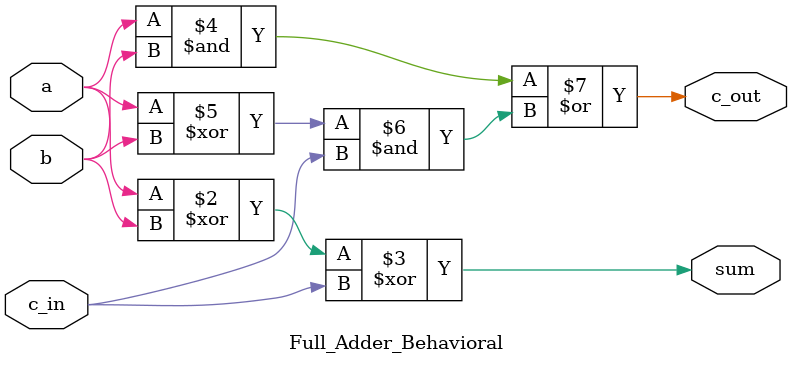
<source format=v>
module Full_Adder_Behavioral(a, b, c_in, sum, c_out);

input a, b, c_in;
output reg sum, c_out;

always@(a, b, c_in)
begin
	sum = (a ^ b) ^ c_in;
	c_out = (a & b) | ((a ^ b) & c_in);
end

endmodule 
</source>
